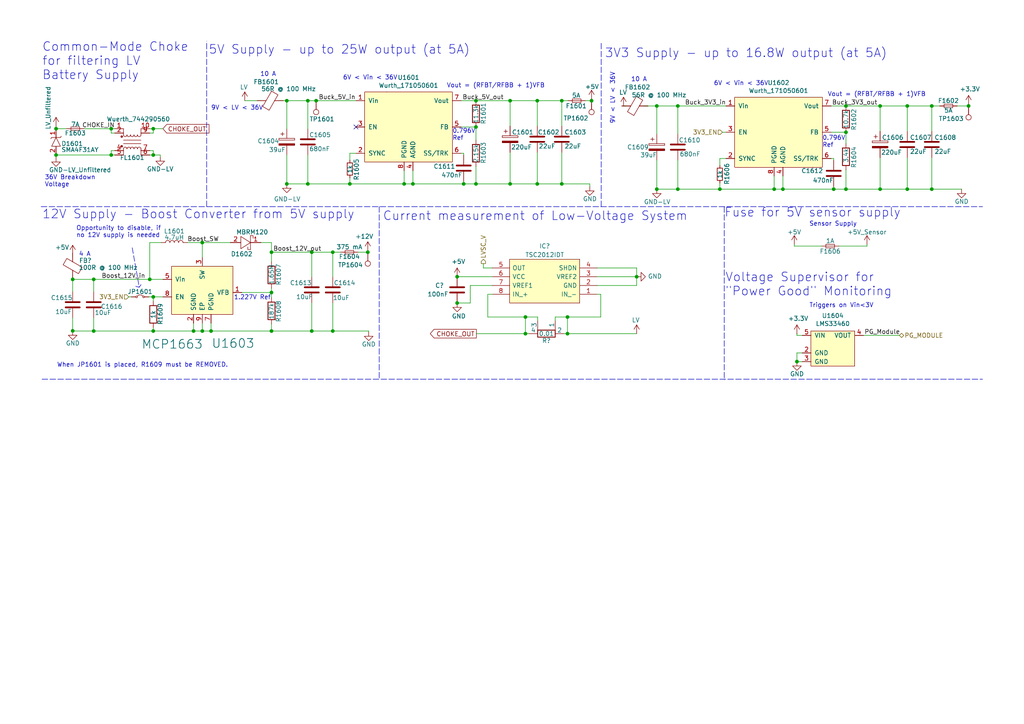
<source format=kicad_sch>
(kicad_sch (version 20231120) (generator "eeschema") (generator_version "8.0")
  (paper "A4")
  (title_block (title "Zynq-Based Master Controller") (date "2020-10-14") (rev "1.0") (company "JFH & SRM"))
  (lib_symbols
    (symbol "Connector:TestPoint" (pin_numbers hide) (pin_names (offset 0.762) hide)
      (property "Reference" "TP" (at 0 6.858 0))
      (property "Value" "TestPoint" (at 0 5.08 0))
      (symbol "TestPoint_1_1"
        (pin passive line (at 0 0 90) (length 2.54) (name "1") (number "1"))
      )
    )
    (symbol "Device:C" (pin_numbers hide) (pin_names (offset 0.254))
      (property "Reference" "C" (at 0.635 2.54 0))
      (property "Value" "C" (at 0.635 -2.54 0))
      (symbol "C_1_1"
        (pin passive line (at 0 3.81 270) (length 2.794) (name "~") (number "1"))
        (pin passive line (at 0 -3.81 90) (length 2.794) (name "~") (number "2"))
      )
    )
    (symbol "Device:C_Polarized" (pin_numbers hide) (pin_names (offset 0.254))
      (property "Reference" "C" (at 0.635 2.54 0))
      (property "Value" "C_Polarized" (at 0.635 -2.54 0))
      (symbol "C_Polarized_1_1"
        (pin passive line (at 0 3.81 270) (length 2.794) (name "~") (number "1"))
        (pin passive line (at 0 -3.81 90) (length 2.794) (name "~") (number "2"))
      )
    )
    (symbol "Device:FerriteBead" (pin_numbers hide) (pin_names (offset 0))
      (property "Reference" "FB" (at -3.81 0.635 90))
      (property "Value" "FerriteBead" (at 3.81 0 90))
      (symbol "FerriteBead_1_1"
        (pin passive line (at 0 3.81 270) (length 2.54) (name "~") (number "1"))
        (pin passive line (at 0 -3.81 90) (length 2.54) (name "~") (number "2"))
      )
    )
    (symbol "Device:Fuse_Small" (pin_numbers hide) (pin_names (offset 0.254) hide)
      (property "Reference" "F" (at 0 -1.524 0))
      (property "Value" "Fuse_Small" (at 0 1.524 0))
      (symbol "Fuse_Small_1_1"
        (pin passive line (at -2.54 0 0) (length 1.27) (name "~") (number "1"))
        (pin passive line (at 2.54 0 180) (length 1.27) (name "~") (number "2"))
      )
    )
    (symbol "Device:L" (pin_numbers hide) (pin_names (offset 1.016) hide)
      (property "Reference" "L" (at -1.27 0 90))
      (property "Value" "L" (at 1.905 0 90))
      (symbol "L_1_1"
        (pin passive line (at 0 3.81 270) (length 1.27) (name "1") (number "1"))
        (pin passive line (at 0 -3.81 90) (length 1.27) (name "2") (number "2"))
      )
    )
    (symbol "Device:R" (pin_numbers hide) (pin_names (offset 0))
      (property "Reference" "R" (at 2.032 0 90))
      (property "Value" "R" (at 0 0 90))
      (symbol "R_1_1"
        (pin passive line (at 0 3.81 270) (length 1.27) (name "~") (number "1"))
        (pin passive line (at 0 -3.81 90) (length 1.27) (name "~") (number "2"))
      )
    )
    (symbol "Device:R_Small" (pin_numbers hide) (pin_names (offset 0.254) hide)
      (property "Reference" "R" (at 0.762 0.508 0))
      (property "Value" "R_Small" (at 0.762 -1.016 0))
      (symbol "R_Small_1_1"
        (pin passive line (at 0 2.54 270) (length 0.762) (name "~") (number "1"))
        (pin passive line (at 0 -2.54 90) (length 0.762) (name "~") (number "2"))
      )
    )
    (symbol "Jumper:Jumper_2_Small_Bridged" (pin_numbers hide) (pin_names (offset 0) hide) (exclude_from_sim yes)
      (property "Reference" "JP" (at 0 2.032 0))
      (property "Value" "Jumper_2_Small_Bridged" (at 0 -2.286 0))
      (symbol "Jumper_2_Small_Bridged_1_1"
        (pin passive line (at -2.54 0 0) (length 1.27) (name "A") (number "1"))
        (pin passive line (at 2.54 0 180) (length 1.27) (name "B") (number "2"))
      )
    )
    (symbol "Vikings_actives:LMS33460" (pin_names (offset 1.016))
      (property "Reference" "U" (at -5.08 -6.35 0))
      (property "Value" "LMS33460" (at -1.27 6.35 0))
      (symbol "LMS33460_0_1"
        (pin no_connect line (at 8.89 -3.81 180) (length 2.54) hide (name "NC") (number "1"))
        (pin power_in line (at -8.89 -1.27 0) (length 2.54) (name "GND") (number "2"))
        (pin power_in line (at -8.89 -3.81 0) (length 2.54) (name "GND") (number "3"))
        (pin open_collector line (at 8.89 3.81 180) (length 2.54) (name "VOUT") (number "4"))
        (pin power_in line (at -8.89 3.81 0) (length 2.54) (name "VIN") (number "5"))
      )
    )
    (symbol "Vikings_actives:MCP1663" (pin_names (offset 1.016))
      (property "Reference" "U" (at -10.16 19.05 0))
      (property "Value" "MCP1663" (at 1.27 19.05 0))
      (symbol "MCP1663_1_1"
        (pin input line (at 20.32 -7.62 180) (length 2.54) (name "VFB") (number "1"))
        (pin power_in line (at 6.35 -16.51 90) (length 2.54) (name "SGND") (number "2"))
        (pin input line (at 8.89 2.54 270) (length 2.54) (name "SW") (number "3"))
        (pin no_connect line (at 2.54 -16.51 90) (length 2.54) hide (name "NC") (number "4"))
        (pin input line (at -2.54 -3.81 0) (length 2.54) (name "Vin") (number "5"))
        (pin no_connect line (at 15.24 -16.51 90) (length 2.54) hide (name "NC") (number "6"))
        (pin power_in line (at 11.43 -16.51 90) (length 2.54) (name "PGND") (number "7"))
        (pin input line (at -2.54 -8.89 0) (length 2.54) (name "EN") (number "8"))
        (pin power_in line (at 8.89 -16.51 90) (length 2.54) (name "EP") (number "9"))
      )
    )
    (symbol "Vikings_actives:TSC2012IDT" (pin_names (offset 0.762))
      (property "Reference" "IC" (at 26.67 7.62 0))
      (property "Value" "TSC2012IDT" (at 26.67 5.08 0))
      (symbol "TSC2012IDT_0_0"
        (pin passive line (at 0 0 0) (length 5.08) (name "IN_-") (number "1"))
        (pin passive line (at 0 -2.54 0) (length 5.08) (name "GND") (number "2"))
        (pin passive line (at 0 -5.08 0) (length 5.08) (name "VREF2") (number "3"))
        (pin passive line (at 0 -7.62 0) (length 5.08) (name "SHDN") (number "4"))
        (pin passive line (at 30.48 -7.62 180) (length 5.08) (name "OUT") (number "5"))
        (pin passive line (at 30.48 -5.08 180) (length 5.08) (name "VCC") (number "6"))
        (pin passive line (at 30.48 -2.54 180) (length 5.08) (name "VREF1") (number "7"))
        (pin passive line (at 30.48 0 180) (length 5.08) (name "IN_+") (number "8"))
      )
    )
    (symbol "Vikings_actives:Wurth_171050601" (pin_names (offset 1.016))
      (property "Reference" "U" (at 0 13.97 0))
      (property "Value" "Wurth_171050601" (at 0 11.43 0))
      (symbol "Wurth_171050601_1_1"
        (pin power_in line (at -15.24 7.62 0) (length 2.54) (name "Vin") (number "1"))
        (pin input line (at -15.24 -7.62 0) (length 2.54) (name "SYNC") (number "2"))
        (pin input line (at -15.24 0 0) (length 2.54) (name "EN") (number "3"))
        (pin power_in line (at 1.27 -12.7 90) (length 2.54) (name "AGND") (number "4"))
        (pin input line (at 15.24 0 180) (length 2.54) (name "FB") (number "5"))
        (pin input line (at 15.24 -7.62 180) (length 2.54) (name "SS/TRK") (number "6"))
        (pin power_out line (at 15.24 7.62 180) (length 2.54) (name "Vout") (number "7"))
        (pin power_out line (at -1.27 -12.7 90) (length 2.54) (name "PGND") (number "8"))
      )
    )
    (symbol "Vikings_misc:+5V_Sensor" (power) (pin_names (offset 0))
      (property "Value" "+5V_Sensor" (at 0 3.556 0))
      (symbol "+5V_Sensor_1_1"
        (pin power_in line (at 0 0 90) (length 0) hide (name "+5V_Sensor") (number "1"))
      )
    )
    (symbol "Vikings_misc:GND-LV" (power) (pin_names (offset 0))
      (property "Value" "GND-LV" (at 0 -3.81 0))
      (symbol "GND-LV_1_1"
        (pin power_in line (at 0 0 270) (length 0) hide (name "GND-LV") (number "1"))
      )
    )
    (symbol "Vikings_misc:GND-LV_Unfiltered" (power) (pin_names (offset 0))
      (property "Value" "GND-LV_Unfiltered" (at 0 -3.81 0))
      (symbol "GND-LV_Unfiltered_1_1"
        (pin power_in line (at 0 0 270) (length 0) hide (name "GND-LV_Unfiltered") (number "1"))
      )
    )
    (symbol "Vikings_misc:LV" (power) (pin_names (offset 0))
      (property "Value" "LV" (at 0 3.556 0))
      (symbol "LV_1_1"
        (pin power_in line (at 0 0 90) (length 0) hide (name "LV") (number "1"))
      )
    )
    (symbol "Vikings_misc:LV_Unfiltered" (power) (pin_names (offset 0))
      (property "Value" "LV_Unfiltered" (at 0 5.08 0))
      (symbol "LV_Unfiltered_1_1"
        (pin power_in line (at 0 0 90) (length 0) hide (name "LV_Unfiltered") (number "1"))
      )
    )
    (symbol "Vikings_passives:MBRM120" (pin_names (offset 1.016) hide)
      (property "Reference" "D" (at 0 -3.302 0))
      (property "Value" "MBRM120" (at 0.508 3.048 0))
      (symbol "MBRM120_1_1"
        (pin passive line (at -2.54 0 0) (length 3.048) (name "C") (number "1"))
        (pin passive line (at 6.35 0 180) (length 3.048) (name "A") (number "2"))
      )
    )
    (symbol "Vikings_passives:R_Shunt" (pin_numbers hide) (pin_names (offset 0))
      (property "Reference" "R" (at -4.445 0 90))
      (property "Value" "R_Shunt" (at -2.54 1.27 90))
      (symbol "R_Shunt_1_1"
        (pin passive line (at 3.81 3.81 180) (length 2.54) (name "1") (number "1"))
        (pin passive line (at 0 6.35 270) (length 2.54) (name "2") (number "2"))
        (pin passive line (at 3.81 -1.27 180) (length 2.54) (name "3") (number "3"))
        (pin passive line (at 0 -3.81 90) (length 2.54) (name "4") (number "4"))
      )
    )
    (symbol "Vikings_passives:SMA4F31AY" (pin_names (offset 0))
      (property "Reference" "D" (at 1.27 3.81 0))
      (property "Value" "SMA4F31AY" (at -5.08 3.81 0))
      (symbol "SMA4F31AY_1_1"
        (pin passive line (at 2.54 0 180) (length 2.54) (name "~") (number "1"))
        (pin passive line (at -5.08 0 0) (length 2.54) (name "~") (number "2"))
      )
    )
    (symbol "Vikings_passives:Wuerth_744290560" (pin_names hide)
      (property "Reference" "FL" (at 0 4.445 0))
      (property "Value" "Wuerth_744290560" (at 0 -5.08 0))
      (symbol "Wuerth_744290560_1_1"
        (pin passive line (at -5.08 3.81 0) (length 2.54) (name "1") (number "1"))
        (pin passive line (at 5.08 3.81 180) (length 2.54) (name "10") (number "10"))
        (pin passive line (at -5.08 2.54 0) (length 2.54) (name "2") (number "2"))
        (pin passive line (at -5.08 -2.54 0) (length 2.54) (name "4") (number "4"))
        (pin passive line (at -5.08 -3.81 0) (length 2.54) (name "5") (number "5"))
        (pin passive line (at 5.08 -3.81 180) (length 2.54) (name "6") (number "6"))
        (pin passive line (at 5.08 -2.54 180) (length 2.54) (name "7") (number "7"))
        (pin passive line (at 5.08 2.54 180) (length 2.54) (name "9") (number "9"))
      )
    )
    (symbol "power:+12V" (power) (pin_numbers hide) (pin_names (offset 0) hide)
      (property "Value" "+12V" (at 0 3.556 0))
      (symbol "+12V_1_1"
        (pin power_in line (at 0 0 90) (length 0) (name "~") (number "1"))
      )
    )
    (symbol "power:+3.3V" (power) (pin_numbers hide) (pin_names (offset 0) hide)
      (property "Value" "+3.3V" (at 0 3.556 0))
      (symbol "+3.3V_1_1"
        (pin power_in line (at 0 0 90) (length 0) (name "~") (number "1"))
      )
    )
    (symbol "power:+5V" (power) (pin_numbers hide) (pin_names (offset 0) hide)
      (property "Value" "+5V" (at 0 3.556 0))
      (symbol "+5V_1_1"
        (pin power_in line (at 0 0 90) (length 0) (name "~") (number "1"))
      )
    )
    (symbol "power:GND" (power) (pin_numbers hide) (pin_names (offset 0) hide)
      (property "Value" "GND" (at 0 -3.81 0))
      (symbol "GND_1_1"
        (pin power_in line (at 0 0 270) (length 0) (name "~") (number "1"))
      )
    )
  )
  (junction (at 83.185 53.34))
  (junction (at 32.258 37.338))
  (junction (at 138.049 53.34))
  (junction (at 245.364 38.354))
  (junction (at 263.144 54.864))
  (junction (at 119.761 53.34))
  (junction (at 263.144 30.734))
  (junction (at 32.258 44.958))
  (junction (at 44.45 37.338))
  (junction (at 155.829 29.21))
  (junction (at 61.214 96.012))
  (junction (at 43.434 81.026))
  (junction (at 280.924 30.734))
  (junction (at 190.5 30.734))
  (junction (at 89.281 53.34))
  (junction (at 27.178 96.012))
  (junction (at 208.788 54.864))
  (junction (at 162.941 29.21))
  (junction (at 132.588 80.264))
  (junction (at 147.955 53.34))
  (junction (at 78.74 84.836))
  (junction (at 245.364 54.864))
  (junction (at 190.5 54.864))
  (junction (at 90.424 73.152))
  (junction (at 227.076 54.864))
  (junction (at 16.256 37.338))
  (junction (at 164.592 91.948))
  (junction (at 91.694 29.21))
  (junction (at 58.674 96.012))
  (junction (at 138.049 29.21))
  (junction (at 134.493 53.34))
  (junction (at 255.27 54.864))
  (junction (at 138.049 36.83))
  (junction (at 78.74 96.012))
  (junction (at 90.424 96.012))
  (junction (at 164.592 96.774))
  (junction (at 270.256 30.734))
  (junction (at 96.52 73.152))
  (junction (at 83.185 29.21))
  (junction (at 152.4 91.948))
  (junction (at 89.281 29.21))
  (junction (at 162.941 53.34))
  (junction (at 96.52 96.012))
  (junction (at 44.45 86.106))
  (junction (at 21.082 95.9612))
  (junction (at 152.4 96.774))
  (junction (at 132.588 87.884))
  (junction (at 117.221 53.34))
  (junction (at 155.829 53.34))
  (junction (at 56.134 96.012))
  (junction (at 58.674 70.358))
  (junction (at 245.364 30.734))
  (junction (at 171.577 29.21))
  (junction (at 270.256 54.864))
  (junction (at 196.596 54.864))
  (junction (at 184.658 80.264))
  (junction (at 231.14 104.8766))
  (junction (at 224.536 54.864))
  (junction (at 27.178 81.026))
  (junction (at 21.082 81.026))
  (junction (at 16.256 44.958))
  (junction (at 147.955 29.21))
  (junction (at 196.596 30.734))
  (junction (at 44.45 44.958))
  (junction (at 44.45 96.012))
  (junction (at 241.808 54.864))
  (junction (at 106.68 73.152))
  (junction (at 78.74 73.152))
  (junction (at 255.27 30.734))
  (junction (at 101.473 53.34))
  (no_connect (at 103.251 36.83))
  (wire (pts (xy 184.658 82.804) (xy 173.228 82.804)))
  (wire (pts (xy 152.4 96.774) (xy 153.416 96.774)))
  (wire (pts (xy 27.178 81.026) (xy 43.434 81.026)))
  (wire (pts (xy 134.493 52.578) (xy 134.493 53.34)))
  (wire (pts (xy 147.955 36.576) (xy 147.955 29.21)))
  (wire (pts (xy 241.808 54.102) (xy 241.808 54.864)))
  (wire (pts (xy 106.68 73.152) (xy 106.68 72.644)))
  (wire (pts (xy 208.788 54.864) (xy 224.536 54.864)))
  (wire (pts (xy 164.719 29.21) (xy 162.941 29.21)))
  (wire (pts (xy 161.036 92.964) (xy 161.036 91.948)))
  (wire (pts (xy 138.176 96.774) (xy 152.4 96.774)))
  (wire (pts (xy 174.244 85.344) (xy 173.228 85.344)))
  (wire (pts (xy 90.424 73.152) (xy 78.74 73.152)))
  (wire (pts (xy 56.134 96.012) (xy 58.674 96.012)))
  (wire (pts (xy 255.27 38.1) (xy 255.27 30.734)))
  (wire (pts (xy 44.45 86.106) (xy 47.244 86.106)))
  (wire (pts (xy 47.244 81.026) (xy 43.434 81.026)))
  (polyline (pts (xy 59.944 59.944) (xy 59.944 11.938)) (stroke (width 0) (type dash)))
  (wire (pts (xy 196.596 54.864) (xy 208.788 54.864)))
  (wire (pts (xy 90.424 73.152) (xy 96.52 73.152)))
  (wire (pts (xy 196.596 38.862) (xy 196.596 30.734)))
  (wire (pts (xy 96.52 87.884) (xy 96.52 96.012)))
  (wire (pts (xy 70.993 29.21) (xy 75.819 29.21)))
  (wire (pts (xy 186.69 30.734) (xy 190.5 30.734)))
  (wire (pts (xy 169.799 29.21) (xy 171.577 29.21)))
  (wire (pts (xy 44.45 87.376) (xy 44.45 86.106)))
  (wire (pts (xy 32.258 44.958) (xy 33.274 44.958)))
  (wire (pts (xy 44.45 44.958) (xy 46.482 44.958)))
  (wire (pts (xy 147.955 29.21) (xy 155.829 29.21)))
  (wire (pts (xy 245.364 49.276) (xy 245.364 54.864)))
  (wire (pts (xy 142.748 80.264) (xy 132.588 80.264)))
  (wire (pts (xy 44.45 37.338) (xy 44.45 38.608)))
  (wire (pts (xy 243.332 71.374) (xy 251.46 71.374)))
  (wire (pts (xy 224.536 51.054) (xy 224.536 54.864)))
  (wire (pts (xy 270.256 38.1) (xy 270.256 30.734)))
  (wire (pts (xy 78.74 73.152) (xy 78.74 75.946)))
  (wire (pts (xy 230.378 71.374) (xy 238.252 71.374)))
  (wire (pts (xy 231.14 104.902) (xy 232.664 104.902)))
  (wire (pts (xy 245.364 38.354) (xy 245.364 41.656)))
  (wire (pts (xy 136.398 82.804) (xy 136.398 87.884)))
  (wire (pts (xy 141.478 91.948) (xy 141.478 85.344)))
  (wire (pts (xy 155.829 36.576) (xy 155.829 29.21)))
  (wire (pts (xy 21.082 95.9612) (xy 21.082 96.012)))
  (wire (pts (xy 101.473 44.45) (xy 101.473 46.482)))
  (wire (pts (xy 142.748 77.724) (xy 140.208 77.724)))
  (wire (pts (xy 43.434 43.688) (xy 44.45 43.688)))
  (wire (pts (xy 161.036 91.948) (xy 164.592 91.948)))
  (wire (pts (xy 16.256 44.958) (xy 32.258 44.958)))
  (wire (pts (xy 190.5 54.864) (xy 196.596 54.864)))
  (wire (pts (xy 103.886 73.152) (xy 106.68 73.152)))
  (wire (pts (xy 138.049 36.83) (xy 138.049 40.64)))
  (wire (pts (xy 58.674 96.012) (xy 58.674 93.726)))
  (wire (pts (xy 117.221 53.34) (xy 119.761 53.34)))
  (wire (pts (xy 277.622 30.734) (xy 280.924 30.734)))
  (wire (pts (xy 78.74 93.98) (xy 78.74 96.012)))
  (wire (pts (xy 231.14 97.282) (xy 231.14 96.774)))
  (wire (pts (xy 80.899 29.21) (xy 83.185 29.21)))
  (wire (pts (xy 44.45 43.688) (xy 44.45 44.958)))
  (wire (pts (xy 190.5 46.482) (xy 190.5 54.864)))
  (wire (pts (xy 152.4 91.948) (xy 141.478 91.948)))
  (wire (pts (xy 16.256 44.958) (xy 16.256 45.72)))
  (wire (pts (xy 196.596 30.734) (xy 210.566 30.734)))
  (wire (pts (xy 27.178 96.012) (xy 44.45 96.012)))
  (wire (pts (xy 33.274 43.688) (xy 32.258 43.688)))
  (wire (pts (xy 27.178 84.582) (xy 27.178 81.026)))
  (wire (pts (xy 190.5 30.734) (xy 196.596 30.734)))
  (wire (pts (xy 32.258 43.688) (xy 32.258 44.958)))
  (wire (pts (xy 58.674 96.012) (xy 61.214 96.012)))
  (wire (pts (xy 78.74 96.012) (xy 90.424 96.012)))
  (wire (pts (xy 147.955 44.196) (xy 147.955 53.34)))
  (wire (pts (xy 134.493 53.34) (xy 138.049 53.34)))
  (wire (pts (xy 255.27 30.734) (xy 263.144 30.734)))
  (polyline (pts (xy 40.386 83.312) (xy 40.894 82.55)) (stroke (width 0) (type dash)))
  (wire (pts (xy 136.398 87.884) (xy 132.588 87.884)))
  (wire (pts (xy 83.185 53.34) (xy 89.281 53.34)))
  (wire (pts (xy 190.5 38.862) (xy 190.5 30.734)))
  (wire (pts (xy 245.364 30.734) (xy 255.27 30.734)))
  (wire (pts (xy 90.424 87.884) (xy 90.424 96.012)))
  (wire (pts (xy 180.848 30.734) (xy 181.61 30.734)))
  (wire (pts (xy 21.082 74.676) (xy 21.082 73.66)))
  (wire (pts (xy 184.658 77.724) (xy 184.658 80.264)))
  (wire (pts (xy 270.256 45.72) (xy 270.256 54.864)))
  (wire (pts (xy 280.924 30.734) (xy 280.924 30.226)))
  (wire (pts (xy 75.692 70.358) (xy 78.74 70.358)))
  (wire (pts (xy 133.731 29.21) (xy 138.049 29.21)))
  (wire (pts (xy 231.14 102.362) (xy 231.14 104.8766)))
  (wire (pts (xy 21.082 84.582) (xy 21.082 81.026)))
  (wire (pts (xy 140.208 77.724) (xy 140.208 76.454)))
  (wire (pts (xy 21.082 79.756) (xy 21.082 81.026)))
  (wire (pts (xy 27.178 92.202) (xy 27.178 96.012)))
  (wire (pts (xy 44.45 96.012) (xy 56.134 96.012)))
  (wire (pts (xy 155.829 53.34) (xy 147.955 53.34)))
  (wire (pts (xy 241.808 54.864) (xy 245.364 54.864)))
  (wire (pts (xy 78.74 70.358) (xy 78.74 73.152)))
  (wire (pts (xy 90.424 80.264) (xy 90.424 73.152)))
  (wire (pts (xy 208.788 45.974) (xy 210.566 45.974)))
  (wire (pts (xy 83.185 29.21) (xy 89.281 29.21)))
  (wire (pts (xy 16.256 36.576) (xy 16.256 37.338)))
  (wire (pts (xy 32.258 37.338) (xy 32.258 38.608)))
  (wire (pts (xy 44.45 44.958) (xy 43.434 44.958)))
  (wire (pts (xy 230.378 71.374) (xy 230.378 70.866)))
  (wire (pts (xy 232.664 97.282) (xy 231.14 97.282)))
  (wire (pts (xy 58.674 74.676) (xy 58.674 70.358)))
  (wire (pts (xy 89.281 29.21) (xy 91.694 29.21)))
  (wire (pts (xy 27.178 81.026) (xy 21.082 81.026)))
  (wire (pts (xy 164.592 91.948) (xy 174.244 91.948)))
  (wire (pts (xy 96.52 96.012) (xy 106.934 96.012)))
  (wire (pts (xy 21.082 92.202) (xy 21.082 95.9612)))
  (wire (pts (xy 245.364 54.864) (xy 255.27 54.864)))
  (polyline (pts (xy 210.058 59.944) (xy 210.058 110.236)) (stroke (width 0) (type dash)))
  (wire (pts (xy 38.1 86.106) (xy 37.338 86.106)))
  (wire (pts (xy 138.049 48.26) (xy 138.049 53.34)))
  (wire (pts (xy 119.761 53.34) (xy 134.493 53.34)))
  (wire (pts (xy 96.52 73.152) (xy 96.52 80.264)))
  (wire (pts (xy 208.788 45.974) (xy 208.788 48.006)))
  (wire (pts (xy 134.493 44.45) (xy 134.493 44.958)))
  (wire (pts (xy 162.941 44.196) (xy 162.941 53.34)))
  (wire (pts (xy 138.049 29.21) (xy 147.955 29.21)))
  (wire (pts (xy 43.434 70.358) (xy 43.434 81.026)))
  (polyline (pts (xy 11.938 59.944) (xy 284.988 59.944)) (stroke (width 0) (type dash)))
  (wire (pts (xy 117.221 49.53) (xy 117.221 53.34)))
  (wire (pts (xy 33.274 37.338) (xy 32.258 37.338)))
  (wire (pts (xy 171.069 53.34) (xy 162.941 53.34)))
  (wire (pts (xy 232.664 102.362) (xy 231.14 102.362)))
  (wire (pts (xy 171.577 29.21) (xy 171.577 28.702)))
  (wire (pts (xy 83.185 44.958) (xy 83.185 53.34)))
  (wire (pts (xy 106.934 96.012) (xy 106.934 96.266)))
  (wire (pts (xy 210.566 38.354) (xy 209.55 38.354)))
  (wire (pts (xy 43.18 86.106) (xy 44.45 86.106)))
  (wire (pts (xy 46.736 70.358) (xy 43.434 70.358)))
  (wire (pts (xy 155.829 29.21) (xy 162.941 29.21)))
  (wire (pts (xy 90.424 96.012) (xy 96.52 96.012)))
  (wire (pts (xy 32.258 38.608) (xy 33.274 38.608)))
  (wire (pts (xy 66.802 70.358) (xy 58.674 70.358)))
  (wire (pts (xy 44.45 94.996) (xy 44.45 96.012)))
  (wire (pts (xy 278.892 54.864) (xy 270.256 54.864)))
  (wire (pts (xy 184.658 80.264) (xy 184.658 82.804)))
  (wire (pts (xy 44.45 37.338) (xy 47.244 37.338)))
  (wire (pts (xy 70.104 84.836) (xy 78.74 84.836)))
  (wire (pts (xy 196.596 46.482) (xy 196.596 54.864)))
  (wire (pts (xy 263.144 38.1) (xy 263.144 30.734)))
  (wire (pts (xy 255.27 45.72) (xy 255.27 54.864)))
  (wire (pts (xy 101.473 53.34) (xy 117.221 53.34)))
  (wire (pts (xy 141.478 85.344) (xy 142.748 85.344)))
  (wire (pts (xy 78.74 84.836) (xy 78.74 83.566)))
  (wire (pts (xy 162.941 53.34) (xy 155.829 53.34)))
  (wire (pts (xy 101.473 44.45) (xy 103.251 44.45)))
  (wire (pts (xy 162.941 36.576) (xy 162.941 29.21)))
  (wire (pts (xy 171.069 54.102) (xy 171.069 53.34)))
  (wire (pts (xy 241.808 45.974) (xy 241.046 45.974)))
  (wire (pts (xy 133.731 36.83) (xy 138.049 36.83)))
  (wire (pts (xy 136.398 82.804) (xy 142.748 82.804)))
  (wire (pts (xy 164.592 96.774) (xy 184.658 96.774)))
  (wire (pts (xy 231.14 104.8766) (xy 231.14 104.902)))
  (wire (pts (xy 98.806 73.152) (xy 96.52 73.152)))
  (wire (pts (xy 21.082 96.012) (xy 27.178 96.012)))
  (wire (pts (xy 24.384 37.338) (xy 32.258 37.338)))
  (wire (pts (xy 56.134 96.012) (xy 56.134 93.726)))
  (wire (pts (xy 61.214 96.012) (xy 61.214 93.726)))
  (wire (pts (xy 155.956 92.964) (xy 155.956 91.948)))
  (wire (pts (xy 173.228 77.724) (xy 184.658 77.724)))
  (wire (pts (xy 270.256 54.864) (xy 263.144 54.864)))
  (wire (pts (xy 263.144 30.734) (xy 270.256 30.734)))
  (polyline (pts (xy 38.354 71.882) (xy 40.386 83.312)) (stroke (width 0) (type dash)))
  (wire (pts (xy 61.214 96.012) (xy 78.74 96.012)))
  (wire (pts (xy 138.049 53.34) (xy 147.955 53.34)))
  (wire (pts (xy 241.046 30.734) (xy 245.364 30.734)))
  (wire (pts (xy 78.74 86.36) (xy 78.74 84.836)))
  (wire (pts (xy 58.674 70.358) (xy 54.356 70.358)))
  (wire (pts (xy 119.761 49.53) (xy 119.761 53.34)))
  (wire (pts (xy 241.808 45.974) (xy 241.808 46.482)))
  (wire (pts (xy 164.592 96.774) (xy 164.592 91.948)))
  (wire (pts (xy 16.256 37.338) (xy 19.304 37.338)))
  (wire (pts (xy 272.542 30.734) (xy 270.256 30.734)))
  (wire (pts (xy 224.536 54.864) (xy 227.076 54.864)))
  (wire (pts (xy 208.788 53.086) (xy 208.788 54.864)))
  (wire (pts (xy 155.829 44.196) (xy 155.829 53.34)))
  (wire (pts (xy 134.493 44.45) (xy 133.731 44.45)))
  (wire (pts (xy 89.281 44.958) (xy 89.281 53.34)))
  (wire (pts (xy 101.473 51.562) (xy 101.473 53.34)))
  (wire (pts (xy 250.444 97.282) (xy 260.858 97.282)))
  (wire (pts (xy 44.45 38.608) (xy 43.434 38.608)))
  (wire (pts (xy 89.281 37.338) (xy 89.281 29.21)))
  (polyline (pts (xy 12.192 109.982) (xy 284.988 109.982)) (stroke (width 0) (type dash)))
  (wire (pts (xy 83.185 37.338) (xy 83.185 29.21)))
  (polyline (pts (xy 40.386 83.312) (xy 39.37 83.058)) (stroke (width 0) (type dash)))
  (wire (pts (xy 251.46 71.374) (xy 251.46 70.866)))
  (wire (pts (xy 89.281 53.34) (xy 101.473 53.34)))
  (wire (pts (xy 174.244 91.948) (xy 174.244 85.344)))
  (wire (pts (xy 155.956 91.948) (xy 152.4 91.948)))
  (wire (pts (xy 184.658 80.264) (xy 173.228 80.264)))
  (polyline (pts (xy 109.982 59.944) (xy 109.982 109.982)) (stroke (width 0) (type dash)))
  (wire (pts (xy 227.076 51.054) (xy 227.076 54.864)))
  (wire (pts (xy 163.576 96.774) (xy 164.592 96.774)))
  (wire (pts (xy 227.076 54.864) (xy 241.808 54.864)))
  (wire (pts (xy 43.434 37.338) (xy 44.45 37.338)))
  (polyline (pts (xy 174.371 59.944) (xy 174.371 12.065)) (stroke (width 0) (type dash)))
  (wire (pts (xy 241.046 38.354) (xy 245.364 38.354)))
  (wire (pts (xy 152.4 96.774) (xy 152.4 91.948)))
  (wire (pts (xy 263.144 45.72) (xy 263.144 54.864)))
  (wire (pts (xy 263.144 54.864) (xy 255.27 54.864)))
  (wire (pts (xy 46.482 44.958) (xy 46.482 45.466)))
  (wire (pts (xy 91.694 29.21) (xy 103.251 29.21)))
  (text "10 A" (at 75.438 22.352 0) (effects (font (size 1.27 1.27)) (justify left bottom)))
  (text "6V < Vin < 36V" (at 207.01 25.019 0) (effects (font (size 1.27 1.27)) (justify left bottom)))
  (text "12V Supply - Boost Converter from 5V supply" (at 12.192 63.754 0) (effects (font (size 2.54 2.54)) (justify left bottom)))
  (text "Voltage Supervisor for \n\"Power Good\" Monitoring" (at 210.312 86.106 0) (effects (font (size 2.54 2.54)) (justify left bottom)))
  (text "Common-Mode Choke \nfor filtering LV \nBattery Supply" (at 12.192 23.368 0) (effects (font (size 2.54 2.54)) (justify left bottom)))
  (text "3V3 Supply - up to 16.8W output (at 5A)" (at 175.387 17.018 0) (effects (font (size 2.54 2.54)) (justify left bottom)))
  (text "4 A" (at 22.86 74.549 0) (effects (font (size 1.27 1.27)) (justify left bottom)))
  (text "Vout = (RFBT/RFBB + 1)VFB" (at 240.03 28.194 0) (effects (font (size 1.27 1.27)) (justify left bottom)))
  (text "Opportunity to disable, if\nno 12V supply is needed" (at 22.098 69.088 0) (effects (font (size 1.27 1.27)) (justify left bottom)))
  (text "10 A" (at 183.007 23.876 0) (effects (font (size 1.27 1.27)) (justify left bottom)))
  (text "5V Supply - up to 25W output (at 5A)" (at 60.452 16.002 0) (effects (font (size 2.54 2.54)) (justify left bottom)))
  (text "9V < LV < 36V" (at 76.327 32.131 0) (effects (font (size 1.27 1.27)) (justify right bottom)))
  (text "9V < LV < 36V" (at 178.435 36.068 90) (effects (font (size 1.27 1.27)) (justify left bottom)))
  (text "Current measurement of Low-Voltage System" (at 110.998 64.262 0) (effects (font (size 2.54 2.54)) (justify left bottom)))
  (text "0.796V \nRef" (at 238.506 42.926 0) (effects (font (size 1.27 1.27)) (justify left bottom)))
  (text "36V Breakdown\nVoltage" (at 12.954 54.356 0) (effects (font (size 1.27 1.27)) (justify left bottom)))
  (text "Triggers on Vin<3V" (at 234.696 89.408 0) (effects (font (size 1.27 1.27)) (justify left bottom)))
  (text "When JP1601 is placed, R1609 must be REMOVED." (at 16.51 106.68 0) (effects (font (size 1.27 1.27)) (justify left bottom)))
  (text "6V < Vin < 36V" (at 99.441 23.368 0) (effects (font (size 1.27 1.27)) (justify left bottom)))
  (text "1.227V Ref" (at 67.818 87.122 0) (effects (font (size 1.27 1.27)) (justify left bottom)))
  (text "0.796V \nRef" (at 131.191 40.894 0) (effects (font (size 1.27 1.27)) (justify left bottom)))
  (text "Sensor Supply" (at 234.696 65.786 0) (effects (font (size 1.27 1.27)) (justify left bottom)))
  (text "Vout = (RFBT/RFBB + 1)VFB" (at 129.54 25.654 0) (effects (font (size 1.27 1.27)) (justify left bottom)))
  (text "Fuse for 5V sensor supply" (at 210.058 63.246 0) (effects (font (size 2.54 2.54)) (justify left bottom)))
  (label "Buck_3V3_out" (at 241.3 30.734 0))
  (label "PG_Module" (at 250.698 97.282 0))
  (label "Boost_SW" (at 63.5 70.358 180))
  (label "Boost_12V_out" (at 93.218 73.152 180))
  (label "Buck_5V_out" (at 134.112 29.21 0))
  (label "CHOKE_IN" (at 33.274 37.338 180))
  (label "Buck_5V_in" (at 103.124 29.21 180))
  (label "Buck_3V3_in" (at 210.566 30.734 180))
  (label "Boost_12V_in" (at 42.164 81.026 180))
  (global_label "CHOKE_OUT" (shape input) (at 47.244 37.338 0) (property "Intersheetrefs" "${INTERSHEET_REFS}" (effects (hide yes))))
  (global_label "CHOKE_OUT" (shape output) (at 138.176 96.774 180) (property "Intersheetrefs" "${INTERSHEET_REFS}" (effects (hide yes))))
  (hierarchical_label "PG_MODULE" (shape bidirectional) (at 260.858 97.282 0))
  (hierarchical_label "3V3_EN" (shape input) (at 37.338 86.106 180))
  (hierarchical_label "3V3_EN" (shape input) (at 209.55 38.354 180))
  (hierarchical_label "LVSC_V" (shape output) (at 140.208 76.454 90))
  (symbol (lib_id "Vikings_passives:Wuerth_744290560") (at 38.354 41.148 0) (unit 1)
    (property "Reference" "FL1601" (at 38.354 45.72 0))
    (property "Value" "Wuerth_744290560" (at 40.132 34.544 0))
    (property "Footprint" "Vikings_devices:WE-UCF_1712_16.6x12.5mm" (effects (hide yes)))
    (property "Datasheet" "https://www.we-online.com/katalog/en/datasheet/744290560.pdf" (effects (hide yes)))
    (property "Description" "Common Mode Choke, 80V, 7A, 56uH, 4.7mOhm DC Resistance" (effects (hide yes)))
    (property "Manufacturer" "Würth Elektronik" (effects (hide yes)))
    (property "Man. Part No." "744290560" (effects (hide yes)))
  )
  (symbol (lib_id "Vikings_misc:GND-LV_Unfiltered") (at 16.256 45.72 0) (unit 1)
    (property "Reference" "#PWR0443" (effects (hide yes)))
    (property "Value" "GND-LV_Unfiltered" (at 32.258 49.276 0) (effects (justify right)))
  )
  (symbol (lib_id "Vikings_misc:LV_Unfiltered") (at 16.256 36.576 0) (unit 1)
    (property "Reference" "#PWR0444" (effects (hide yes)))
    (property "Value" "LV_Unfiltered" (at 13.97 37.592 90) (effects (justify left)))
  )
  (symbol (lib_id "Vikings_misc:LV") (at 70.993 29.21 0) (unit 1)
    (property "Reference" "#PWR0445" (effects (hide yes)))
    (property "Value" "LV" (at 70.739 25.273 0))
  )
  (symbol (lib_id "Vikings_actives:Wurth_171050601") (at 118.491 36.83 0) (unit 1)
    (property "Reference" "U1601" (at 118.491 22.479 0))
    (property "Value" "Wurth_171050601" (at 118.491 24.7904 0))
    (property "Footprint" "Package_TO_SOT_SMD:TO-263-7_TabPin8" (effects (hide yes)))
    (property "Datasheet" "http://katalog.we-online.com/pbs/datasheet/171050601.pdf" (effects (hide yes)))
    (property "Description" "30W Buck DC/DC Converter, 6-36V in, 0.8-6V out, max 5A out" (effects (hide yes)))
    (property "Manufacturer" "Würth Elektronik" (effects (hide yes)))
    (property "Man. Part No." "171050601" (effects (hide yes)))
  )
  (symbol (lib_id "power:+5V") (at 171.577 28.702 0) (unit 1)
    (property "Reference" "#PWR0446" (effects (hide yes)))
    (property "Value" "+5V" (at 171.704 25.146 0))
  )
  (symbol (lib_id "Device:C_Polarized") (at 83.185 41.148 0) (unit 1)
    (property "Reference" "C1604" (at 74.676 40.894 0) (effects (justify left)))
    (property "Value" "39uF" (at 77.978 43.434 0) (effects (justify left)))
    (property "Footprint" "Capacitor_SMD:CP_Elec_8x11.9" (effects (hide yes)))
    (property "Description" "Polarized capacitor" (effects (hide yes)))
    (property "Manufacturer" "Würth" (effects (hide yes)))
    (property "Man. Part no." "875075855005" (effects (hide yes)))
  )
  (symbol (lib_id "Device:C") (at 89.281 41.148 0) (unit 1)
    (property "Reference" "C1605" (at 89.662 39.116 0) (effects (justify left)))
    (property "Value" "680nF" (at 89.662 43.18 0) (effects (justify left)))
    (property "Footprint" "Capacitor_SMD:C_1210_3225Metric" (effects (hide yes)))
    (property "Datasheet" "https://www.we-online.com/katalog/en/datasheet/885012209046.pdf" (effects (hide yes)))
    (property "Description" "50V, 10%, MLCC, X7R, Class 2" (effects (hide yes)))
    (property "Manufacturer" "Würth" (effects (hide yes)))
    (property "Man. Part. No" "885012209046" (effects (hide yes)))
  )
  (symbol (lib_id "Device:C_Polarized") (at 147.955 40.386 0) (unit 1)
    (property "Reference" "C1601" (at 148.463 38.354 0) (effects (justify left)))
    (property "Value" "220uF" (at 148.209 42.672 0) (effects (justify left)))
    (property "Footprint" "Capacitor_SMD:CP_Elec_8x11.9" (effects (hide yes)))
    (property "Description" "Polarized capacitor" (effects (hide yes)))
    (property "Manufacturer" "Würth" (effects (hide yes)))
    (property "Man. Part no." "875115350002" (effects (hide yes)))
  )
  (symbol (lib_id "Device:C") (at 155.829 40.386 0) (unit 1)
    (property "Reference" "C1602" (at 155.956 38.354 0) (effects (justify left)))
    (property "Value" "22uF" (at 156.21 42.418 0) (effects (justify left)))
    (property "Footprint" "Capacitor_SMD:C_1206_3216Metric" (effects (hide yes)))
    (property "Datasheet" "https://www.we-online.com/katalog/en/datasheet/885012108018.pdf" (effects (hide yes)))
    (property "Description" "16V, 20%, MLCC, X5R, Class 2" (effects (hide yes)))
    (property "Manufacturer" "Würth" (effects (hide yes)))
    (property "Man. Part. No" "885012108018" (effects (hide yes)))
  )
  (symbol (lib_id "Device:C") (at 162.941 40.386 0) (unit 1)
    (property "Reference" "C1603" (at 163.703 38.354 0) (effects (justify left)))
    (property "Value" "22uF" (at 163.703 42.418 0) (effects (justify left)))
    (property "Footprint" "Capacitor_SMD:C_1206_3216Metric" (effects (hide yes)))
    (property "Datasheet" "https://www.we-online.com/katalog/en/datasheet/885012108018.pdf" (effects (hide yes)))
    (property "Description" "16V, 20%, MLCC, X5R, Class 2" (effects (hide yes)))
    (property "Manufacturer" "Würth" (effects (hide yes)))
    (property "Man. Part. No" "885012108018" (effects (hide yes)))
  )
  (symbol (lib_id "Device:C") (at 134.493 48.768 0) (unit 1)
    (property "Reference" "C1611" (at 125.73 48.26 0) (effects (justify left)))
    (property "Value" "470nF" (at 128.016 50.8 0) (effects (justify left)))
    (property "Footprint" "Capacitor_SMD:C_0603_1608Metric" (effects (hide yes)))
  )
  (symbol (lib_id "Device:R_Small") (at 101.473 49.022 0) (unit 1)
    (property "Reference" "R1605" (at 103.378 52.324 90) (effects (justify left)))
    (property "Value" "1k" (at 101.473 50.292 90) (effects (justify left)))
    (property "Footprint" "Resistor_SMD:R_0603_1608Metric" (effects (hide yes)))
  )
  (symbol (lib_id "Vikings_misc:LV") (at 180.848 30.734 0) (unit 1)
    (property "Reference" "#PWR0447" (effects (hide yes)))
    (property "Value" "LV" (at 180.721 26.797 0))
  )
  (symbol (lib_id "Device:C_Polarized") (at 190.5 42.672 0) (unit 1)
    (property "Reference" "C1609" (at 181.864 42.672 0) (effects (justify left)))
    (property "Value" "39uF" (at 185.674 44.958 0) (effects (justify left)))
    (property "Footprint" "Capacitor_SMD:CP_Elec_8x11.9" (effects (hide yes)))
    (property "Description" "Polarized capacitor" (effects (hide yes)))
    (property "Manufacturer" "Würth" (effects (hide yes)))
    (property "Man. Part no." "875075855005" (effects (hide yes)))
  )
  (symbol (lib_id "Device:C") (at 196.596 42.672 0) (unit 1)
    (property "Reference" "C1610" (at 196.85 40.64 0) (effects (justify left)))
    (property "Value" "680nF" (at 197.104 44.704 0) (effects (justify left)))
    (property "Footprint" "Capacitor_SMD:C_1210_3225Metric" (effects (hide yes)))
    (property "Datasheet" "https://www.we-online.com/katalog/en/datasheet/885012209046.pdf" (effects (hide yes)))
    (property "Description" "50V, 10%, MLCC, X7R, Class 2" (effects (hide yes)))
    (property "Manufacturer" "Würth" (effects (hide yes)))
    (property "Man. Part. No" "885012209046" (effects (hide yes)))
  )
  (symbol (lib_id "Device:C_Polarized") (at 255.27 41.91 0) (unit 1)
    (property "Reference" "C1606" (at 255.778 39.878 0) (effects (justify left)))
    (property "Value" "220uF" (at 255.524 44.196 0) (effects (justify left)))
    (property "Footprint" "Capacitor_SMD:CP_Elec_8x11.9" (effects (hide yes)))
    (property "Description" "Polarized capacitor" (effects (hide yes)))
    (property "Manufacturer" "Würth" (effects (hide yes)))
    (property "Man. Part no." "875115350002" (effects (hide yes)))
  )
  (symbol (lib_id "Device:C") (at 263.144 41.91 0) (unit 1)
    (property "Reference" "C1607" (at 263.906 39.878 0) (effects (justify left)))
    (property "Value" "22uF" (at 263.906 43.942 0) (effects (justify left)))
    (property "Footprint" "Capacitor_SMD:C_1206_3216Metric" (effects (hide yes)))
    (property "Datasheet" "https://www.we-online.com/katalog/en/datasheet/885012108018.pdf" (effects (hide yes)))
    (property "Description" "16V, 20%, MLCC, X5R, Class 2" (effects (hide yes)))
    (property "Manufacturer" "Würth" (effects (hide yes)))
    (property "Man. Part. No" "885012108018" (effects (hide yes)))
  )
  (symbol (lib_id "Device:C") (at 270.256 41.91 0) (unit 1)
    (property "Reference" "C1608" (at 271.018 39.878 0) (effects (justify left)))
    (property "Value" "22uF" (at 271.018 43.942 0) (effects (justify left)))
    (property "Footprint" "Capacitor_SMD:C_1206_3216Metric" (effects (hide yes)))
    (property "Datasheet" "https://www.we-online.com/katalog/en/datasheet/885012108018.pdf" (effects (hide yes)))
    (property "Description" "16V, 20%, MLCC, X5R, Class 2" (effects (hide yes)))
    (property "Manufacturer" "Würth" (effects (hide yes)))
    (property "Man. Part. No" "885012108018" (effects (hide yes)))
  )
  (symbol (lib_id "Device:C") (at 241.808 50.292 0) (unit 1)
    (property "Reference" "C1612" (at 232.41 49.53 0) (effects (justify left)))
    (property "Value" "470nF" (at 235.712 52.324 0) (effects (justify left)))
    (property "Footprint" "Capacitor_SMD:C_0603_1608Metric" (effects (hide yes)))
  )
  (symbol (lib_id "Device:R_Small") (at 208.788 50.546 0) (unit 1)
    (property "Reference" "R1606" (at 210.82 53.594 90) (effects (justify left)))
    (property "Value" "1k" (at 208.788 51.816 90) (effects (justify left)))
    (property "Footprint" "Resistor_SMD:R_0603_1608Metric" (effects (hide yes)))
  )
  (symbol (lib_id "Vikings_actives:LMS33460") (at 241.554 101.092 0) (unit 1)
    (property "Reference" "U1604" (at 241.554 91.567 0))
    (property "Value" "LMS33460" (at 241.554 93.8784 0))
    (property "Footprint" "Vikings_devices:SC70-5" (effects (hide yes)))
    (property "Datasheet" "http://www.ti.com/lit/ds/symlink/lms33460.pdf" (effects (hide yes)))
  )
  (symbol (lib_id "Vikings_actives:Wurth_171050601") (at 225.806 38.354 0) (unit 1)
    (property "Reference" "U1602" (at 225.806 24.003 0))
    (property "Value" "Wurth_171050601" (at 225.806 26.3144 0))
    (property "Footprint" "Package_TO_SOT_SMD:TO-263-7_TabPin8" (effects (hide yes)))
    (property "Datasheet" "http://katalog.we-online.com/pbs/datasheet/171050601.pdf" (effects (hide yes)))
    (property "Description" "30W Buck DC/DC Converter, 6-36V in, 0.8-6V out, max 5A out" (effects (hide yes)))
    (property "Manufacturer" "Würth Elektronik" (effects (hide yes)))
    (property "Man. Part No." "171050601" (effects (hide yes)))
  )
  (symbol (lib_id "Vikings_misc:GND-LV") (at 46.482 45.466 0) (unit 1)
    (property "Reference" "#PWR0459" (effects (hide yes)))
    (property "Value" "GND-LV" (at 46.482 49.022 0))
  )
  (symbol (lib_id "Vikings_misc:GND-LV") (at 83.185 53.34 0) (unit 1)
    (property "Reference" "#PWR0456" (effects (hide yes)))
    (property "Value" "GND-LV" (at 83.312 57.7342 0))
  )
  (symbol (lib_id "Vikings_misc:GND-LV") (at 190.5 54.864 0) (unit 1)
    (property "Reference" "#PWR0457" (effects (hide yes)))
    (property "Value" "GND-LV" (at 190.627 58.547 0))
  )
  (symbol (lib_id "Vikings_actives:MCP1663") (at 49.784 77.216 0) (unit 1)
    (property "Reference" "U1603" (at 61.214 99.568 0) (effects (font (size 2.54 2.54)) (justify left)))
    (property "Value" "MCP1663" (at 40.894 99.822 0) (effects (font (size 2.54 2.54)) (justify left)))
    (property "Footprint" "Vikings_devices:TDFN-8-1EP_3x2mm_P0.5mm_EP1.80x1.65mm_ThermalVias" (effects (hide yes)))
    (property "Datasheet" "https://www.mouser.dk/datasheet/2/268/20005406A-738982.pdf" (effects (hide yes)))
    (property "Manufacturer" "Microchip" (effects (hide yes)))
    (property "Man. Part No." "MCP1663" (effects (hide yes)))
  )
  (symbol (lib_id "power:+5V") (at 21.082 73.66 0) (unit 1)
    (property "Reference" "#PWR0448" (effects (hide yes)))
    (property "Value" "+5V" (at 18.034 71.755 0))
  )
  (symbol (lib_id "Device:C") (at 27.178 88.392 0) (unit 1)
    (property "Reference" "C1616" (at 29.21 88.9 0) (effects (justify left)))
    (property "Value" "10uF" (at 27.432 90.678 0) (effects (justify left)))
    (property "Footprint" "Capacitor_SMD:C_1210_3225Metric" (effects (hide yes)))
    (property "Datasheet" "https://www.we-online.com/katalog/en/datasheet/885012209005.pdf" (effects (hide yes)))
    (property "Description" "10V, 10%, MLCC, X7R, Class 2" (effects (hide yes)))
    (property "Manufacturer" "Würth" (effects (hide yes)))
    (property "Man. Part. No" "885012209005" (effects (hide yes)))
  )
  (symbol (lib_id "Device:R") (at 78.74 90.17 0) (unit 1)
    (property "Reference" "R1608" (at 80.772 93.472 90) (effects (justify left)))
    (property "Value" "187k" (at 78.74 92.71 90) (effects (justify left)))
    (property "Footprint" "Resistor_SMD:R_0603_1608Metric" (effects (hide yes)))
  )
  (symbol (lib_id "Device:R") (at 78.74 79.756 0) (unit 1)
    (property "Reference" "R1607" (at 80.772 82.804 90) (effects (justify left)))
    (property "Value" "1.65M" (at 78.74 82.55 90) (effects (justify left)))
    (property "Footprint" "Resistor_SMD:R_0603_1608Metric" (effects (hide yes)))
  )
  (symbol (lib_id "Vikings_passives:SMA4F31AY") (at 16.256 39.878 90) (unit 1)
    (property "Reference" "D1601" (at 17.78 41.656 90) (effects (justify right)))
    (property "Value" "SMA4F31AY" (at 17.78 43.434 90) (effects (justify right)))
    (property "Footprint" "Vikings_devices:D_SMA_Small-Pads" (effects (hide yes)))
    (property "Datasheet" "https://www.mouser.dk/datasheet/2/389/dm00488081-1799419.pdf" (effects (hide yes)))
    (property "Description" "ESD Protection Diode, 36V Breakdown, 31V Working Voltage" (effects (hide yes)))
    (property "Manufacturer" "Vishay" (effects (hide yes)))
    (property "Man. Part No." "SMA4F31AY" (effects (hide yes)))
  )
  (symbol (lib_id "Device:Fuse_Small") (at 167.259 29.21 0) (unit 1)
    (property "Reference" "F1601" (at 167.132 30.734 0))
    (property "Value" "5A" (at 167.132 27.686 0))
    (property "Footprint" "Vikings_devices:Littlefuse_Nano_Clip" (effects (hide yes)))
    (property "Datasheet" "https://m.littelfuse.com/~/media/electronics/datasheets/fuses/littelfuse_fuse_157_datasheet.pdf.pdf" (effects (hide yes)))
    (property "Manufacturer" "Littelfuse" (effects (hide yes)))
    (property "Man. Part No." "0157005.DR" (effects (hide yes)))
  )
  (symbol (lib_id "Device:Fuse_Small") (at 275.082 30.734 0) (unit 1)
    (property "Reference" "F1602" (at 275.082 29.21 0))
    (property "Value" "5A" (at 275.082 32.004 0))
    (property "Footprint" "Vikings_devices:Littlefuse_Nano_Clip" (effects (hide yes)))
    (property "Datasheet" "https://m.littelfuse.com/~/media/electronics/datasheets/fuses/littelfuse_fuse_157_datasheet.pdf.pdf" (effects (hide yes)))
    (property "Manufacturer" "Littelfuse" (effects (hide yes)))
    (property "Man. Part No." "0157005.DR" (effects (hide yes)))
  )
  (symbol (lib_id "Device:Fuse_Small") (at 101.346 73.152 0) (unit 1)
    (property "Reference" "F1604" (at 101.346 74.422 0))
    (property "Value" "375 mA" (at 101.346 71.628 0))
    (property "Footprint" "Vikings_devices:Littlefuse_Nano_Clip" (effects (hide yes)))
    (property "Datasheet" "https://m.littelfuse.com/~/media/electronics/datasheets/fuses/littelfuse_fuse_157_datasheet.pdf.pdf" (effects (hide yes)))
    (property "Manufacturer" "Littelfuse" (effects (hide yes)))
    (property "Man. Part No." "0157.375DR" (effects (hide yes)))
  )
  (symbol (lib_id "Device:C") (at 21.082 88.392 0) (unit 1)
    (property "Reference" "C1615" (at 14.732 86.36 0) (effects (justify left)))
    (property "Value" "10uF" (at 16.002 90.424 0) (effects (justify left)))
    (property "Footprint" "Capacitor_SMD:C_1210_3225Metric" (effects (hide yes)))
    (property "Datasheet" "https://www.we-online.com/katalog/en/datasheet/885012209005.pdf" (effects (hide yes)))
    (property "Description" "10V, 10%, MLCC, X7R, Class 2" (effects (hide yes)))
    (property "Manufacturer" "Würth" (effects (hide yes)))
    (property "Man. Part. No" "885012209005" (effects (hide yes)))
  )
  (symbol (lib_id "Device:C") (at 90.424 84.074 0) (unit 1)
    (property "Reference" "C1613" (at 84.074 82.042 0) (effects (justify left)))
    (property "Value" "10uF" (at 85.852 86.106 0) (effects (justify left)))
    (property "Footprint" "Capacitor_SMD:C_1210_3225Metric" (effects (hide yes)))
    (property "Datasheet" "https://www.we-online.com/katalog/en/datasheet/885012209014.pdf" (effects (hide yes)))
    (property "Description" "16V, 10%, MLCC, X7R, Class 2" (effects (hide yes)))
    (property "Manufacturer" "Würth" (effects (hide yes)))
    (property "Man. Part. No" "885012209014" (effects (hide yes)))
  )
  (symbol (lib_id "Device:C") (at 96.52 84.074 0) (unit 1)
    (property "Reference" "C1614" (at 96.774 82.042 0) (effects (justify left)))
    (property "Value" "10uF" (at 96.52 86.36 0) (effects (justify left)))
    (property "Footprint" "Capacitor_SMD:C_1210_3225Metric" (effects (hide yes)))
    (property "Datasheet" "https://www.we-online.com/katalog/en/datasheet/885012209014.pdf" (effects (hide yes)))
    (property "Description" "16V, 10%, MLCC, X7R, Class 2" (effects (hide yes)))
    (property "Manufacturer" "Würth" (effects (hide yes)))
    (property "Man. Part. No" "885012209014" (effects (hide yes)))
  )
  (symbol (lib_id "Device:Fuse_Small") (at 240.792 71.374 0) (unit 1)
    (property "Reference" "F1606" (at 240.792 72.898 0))
    (property "Value" "1A" (at 240.792 69.85 0))
    (property "Footprint" "Vikings_devices:Littlefuse_Nano_Clip" (effects (hide yes)))
    (property "Datasheet" "https://m.littelfuse.com/~/media/electronics/datasheets/fuses/littelfuse_fuse_157_datasheet.pdf.pdf" (effects (hide yes)))
    (property "Manufacturer" "Littelfuse" (effects (hide yes)))
    (property "Man. Part No." "0157001.DR" (effects (hide yes)))
  )
  (symbol (lib_id "power:+5V") (at 230.378 70.866 0) (unit 1)
    (property "Reference" "#PWR0463" (effects (hide yes)))
    (property "Value" "+5V" (at 230.378 67.31 0))
  )
  (symbol (lib_id "Vikings_misc:+5V_Sensor") (at 251.46 70.866 0) (unit 1)
    (property "Reference" "#PWR0464" (effects (hide yes)))
    (property "Value" "+5V_Sensor" (at 251.46 67.31 0))
  )
  (symbol (lib_id "Vikings_passives:MBRM120") (at 73.152 70.358 180) (unit 1)
    (property "Reference" "D1602" (at 70.104 73.66 0))
    (property "Value" "MBRM120" (at 73.152 67.31 0))
    (property "Footprint" "Diode_SMD:D_Powermite_AK" (effects (hide yes)))
    (property "Datasheet" "https://www.mouser.dk/datasheet/2/308/MBRM120L-D-1810779.pdf" (effects (hide yes)))
    (property "Manufacturer" "ON Semiconductor" (effects (hide yes)))
    (property "Man. Part No." "MBRM120" (effects (hide yes)))
  )
  (symbol (lib_id "Device:L") (at 50.546 70.358 90) (unit 1)
    (property "Reference" "L1601" (at 50.546 67.056 90))
    (property "Value" "4.7uH" (at 50.546 68.834 90))
    (property "Footprint" "Vikings_devices:Wurth_LQS_4018" (effects (hide yes)))
    (property "Datasheet" "https://www.we-online.com/katalog/en/datasheet/74404042047.pdf" (effects (hide yes)))
    (property "Description" "I_sat = 2.2A, I_R = 1.7A, 70 mOhm RDC" (effects (hide yes)))
    (property "Manufacturer" "Würth" (effects (hide yes)))
    (property "Man. Part No." "74404042047" (effects (hide yes)))
  )
  (symbol (lib_id "power:+12V") (at 106.68 72.644 0) (unit 1)
    (property "Reference" "#PWR0449" (effects (hide yes)))
    (property "Value" "+12V" (at 105.664 68.58 0))
  )
  (symbol (lib_id "Vikings_actives:TSC2012IDT") (at 173.228 85.344 180) (unit 1)
    (property "Reference" "IC?" (at 157.988 71.374 0))
    (property "Value" "TSC2012IDT" (at 157.988 73.914 0))
    (property "Footprint" "Vikings_devices:TSC2012IDT" (effects (hide yes)))
    (property "Datasheet" "https://www.mouser.com/datasheet/2/389/dm00630955-1799526.pdf" (effects (hide yes)))
    (property "Description" "Current Sense Amplifiers CONDITIONING & INTERFACES" (effects (hide yes)))
    (property "Height" "1.75" (effects (hide yes)))
    (property "Manufacturer_Name" "STMicroelectronics" (effects (hide yes)))
    (property "Manufacturer_Part_Number" "TSC2012IDT" (effects (hide yes)))
    (property "Arrow Part Number" "TSC2012IDT" (effects (hide yes)))
    (property "Arrow Price/Stock" "https://www.arrow.com/en/products/tsc2012idt/stmicroelectronics" (effects (hide yes)))
    (property "Mouser Part Number" "511-TSC2012IDT" (effects (hide yes)))
    (property "Mouser Price/Stock" "https://www.mouser.co.uk/ProductDetail/STMicroelectronics/TSC2012IDT?qs=%252B6g0mu59x7KSqOHhuXDI4w%3D%3D" (effects (hide yes)))
    (instances (project "" (path "" (reference "IC?") (unit 1)) (path "" (reference "IC1601") (unit 1))))
  )
  (symbol (lib_id "Vikings_passives:R_Shunt") (at 157.226 96.774 270) (mirror x) (unit 1)
    (property "Reference" "R?" (at 158.496 98.806 90))
    (property "Value" "0.01" (at 158.496 96.774 90))
    (property "Footprint" "Resistor_SMD:R_Shunt_Ohmite_LVK12" (effects (hide yes)))
    (property "Datasheet" "https://www.ohmite.com/assets/docs/res_lvk.pdf?r=false" (effects (hide yes)))
    (property "Name" "LVK12R010CER" (effects (hide yes)))
    (instances (project "" (path "" (reference "R?") (unit 1)) (path "" (reference "R1610") (unit 1))))
  )
  (symbol (lib_id "Device:C") (at 132.588 84.074 180) (unit 1)
    (property "Reference" "C?" (at 128.778 82.804 0) (effects (justify left)))
    (property "Value" "100nF" (at 130.048 85.344 0) (effects (justify left)))
    (property "Footprint" "Capacitor_SMD:C_0603_1608Metric" (effects (hide yes)))
    (instances (project "" (path "" (reference "C?") (unit 1)) (path "" (reference "C1617") (unit 1))))
  )
  (symbol (lib_id "power:GND") (at 184.658 80.264 90) (unit 1)
    (property "Reference" "#PWR?" (effects (hide yes)))
    (property "Value" "GND" (at 187.9092 80.137 90) (effects (justify right)))
    (instances (project "" (path "" (reference "#PWR?") (unit 1)) (path "" (reference "#PWR0368") (unit 1))))
  )
  (symbol (lib_id "power:GND") (at 132.588 87.884 0) (unit 1)
    (property "Reference" "#PWR?" (effects (hide yes)))
    (property "Value" "GND" (at 135.128 91.694 0) (effects (justify right)))
    (instances (project "" (path "" (reference "#PWR?") (unit 1)) (path "" (reference "#PWR0369") (unit 1))))
  )
  (symbol (lib_id "power:+5V") (at 132.588 80.264 0) (unit 1)
    (property "Reference" "#PWR?" (effects (hide yes)))
    (property "Value" "+5V" (at 132.969 75.8698 0))
    (instances (project "" (path "" (reference "#PWR?") (unit 1)) (path "" (reference "#PWR0394") (unit 1))))
  )
  (symbol (lib_id "Device:R") (at 44.45 91.186 0) (unit 1)
    (property "Reference" "R1609" (at 46.482 94.234 90) (effects (justify left)))
    (property "Value" "1k" (at 44.45 92.456 90) (effects (justify left)))
    (property "Footprint" "Resistor_SMD:R_0603_1608Metric" (effects (hide yes)))
  )
  (symbol (lib_id "Device:R") (at 138.049 33.02 0) (unit 1)
    (property "Reference" "R1601" (at 140.208 36.068 90) (effects (justify left)))
    (property "Value" "11.3k" (at 138.049 35.814 90) (effects (justify left)))
    (property "Footprint" "Resistor_SMD:R_0603_1608Metric" (effects (hide yes)))
  )
  (symbol (lib_id "Device:R") (at 138.049 44.45 0) (unit 1)
    (property "Reference" "R1603" (at 140.208 47.498 90) (effects (justify left)))
    (property "Value" "2.15k" (at 138.049 47.244 90) (effects (justify left)))
    (property "Footprint" "Resistor_SMD:R_0603_1608Metric" (effects (hide yes)))
  )
  (symbol (lib_id "Vikings_misc:LV") (at 184.658 96.774 0) (unit 1)
    (property "Reference" "#PWR0395" (effects (hide yes)))
    (property "Value" "LV" (at 184.404 92.837 0))
  )
  (symbol (lib_id "Device:R") (at 245.364 34.544 0) (unit 1)
    (property "Reference" "R1602" (at 247.65 37.846 90) (effects (justify left)))
    (property "Value" "10.7k" (at 245.364 37.338 90) (effects (justify left)))
    (property "Footprint" "Resistor_SMD:R_0603_1608Metric" (effects (hide yes)))
  )
  (symbol (lib_id "Device:R") (at 245.364 45.466 0) (unit 1)
    (property "Reference" "R1604" (at 247.65 48.768 90) (effects (justify left)))
    (property "Value" "3.4k" (at 245.364 47.244 90) (effects (justify left)))
    (property "Footprint" "Resistor_SMD:R_0603_1608Metric" (effects (hide yes)))
  )
  (symbol (lib_id "Device:FerriteBead") (at 184.15 30.734 270) (unit 1)
    (property "Reference" "FB1602" (at 184.912 25.273 90))
    (property "Value" "56R @ 100 MHz" (at 191.135 27.559 90))
    (property "Footprint" "Vikings_devices:Wurth_78279223560" (effects (hide yes)))
    (property "Description" "Ferrite bead" (effects (hide yes)))
    (property "Name" "78279223560" (effects (hide yes)))
  )
  (symbol (lib_id "Device:Fuse_Small") (at 21.844 37.338 0) (unit 1)
    (property "Reference" "F1603" (at 21.844 38.608 0))
    (property "Value" "7A" (at 21.844 36.068 0))
    (property "Footprint" "Vikings_devices:Littlefuse_Nano_Clip" (effects (hide yes)))
    (property "Datasheet" "https://m.littelfuse.com/~/media/electronics/datasheets/fuses/littelfuse_fuse_157_datasheet.pdf.pdf" (effects (hide yes)))
    (property "Manufacturer" "Littelfuse" (effects (hide yes)))
    (property "Man. Part No." "0157007.DR" (effects (hide yes)))
  )
  (symbol (lib_id "Device:FerriteBead") (at 78.359 29.21 270) (unit 1)
    (property "Reference" "FB1601" (at 77.216 23.749 90))
    (property "Value" "56R @ 100 MHz" (at 83.693 25.781 90))
    (property "Footprint" "Vikings_devices:Wurth_78279223560" (effects (hide yes)))
    (property "Description" "Ferrite bead" (effects (hide yes)))
    (property "Name" "78279223560" (effects (hide yes)))
  )
  (symbol (lib_id "Connector:TestPoint") (at 171.577 29.21 180) (unit 1)
    (property "Reference" "TP1602" (at 170.688 34.29 0) (effects (justify left)))
    (property "Value" "TestPoint" (effects (hide yes)))
    (property "Footprint" "TestPoint:TestPoint_Loop_D1.80mm_Drill1.0mm_Beaded" (effects (hide yes)))
    (instances (project "" (path "" (reference "TP1602") (unit 1)) (path "" (reference "TP?") (unit 1))))
  )
  (symbol (lib_id "Connector:TestPoint") (at 280.924 30.734 180) (unit 1)
    (property "Reference" "TP1603" (at 279.527 34.417 0) (effects (justify left)))
    (property "Value" "TestPoint" (effects (hide yes)))
    (property "Footprint" "TestPoint:TestPoint_Loop_D1.80mm_Drill1.0mm_Beaded" (effects (hide yes)))
    (instances (project "" (path "" (reference "TP1603") (unit 1)) (path "" (reference "TP?") (unit 1))))
  )
  (symbol (lib_id "Connector:TestPoint") (at 106.68 73.152 180) (unit 1)
    (property "Reference" "TP1604" (at 105.283 76.835 0) (effects (justify left)))
    (property "Value" "TestPoint" (effects (hide yes)))
    (property "Footprint" "TestPoint:TestPoint_Loop_D1.80mm_Drill1.0mm_Beaded" (effects (hide yes)))
    (instances (project "" (path "" (reference "TP1604") (unit 1)) (path "" (reference "TP?") (unit 1))))
  )
  (symbol (lib_id "Connector:TestPoint") (at 91.694 29.21 180) (unit 1)
    (property "Reference" "TP1601" (at 97.028 34.544 0) (effects (justify left)))
    (property "Value" "TestPoint" (effects (hide yes)))
    (property "Footprint" "TestPoint:TestPoint_Loop_D1.80mm_Drill1.0mm_Beaded" (effects (hide yes)))
    (instances (project "" (path "" (reference "TP1601") (unit 1)) (path "" (reference "TP?") (unit 1))))
  )
  (symbol (lib_id "Device:FerriteBead") (at 21.082 77.216 0) (unit 1)
    (property "Reference" "FB?" (at 24.765 75.565 0))
    (property "Value" "100R @ 100 MHz" (at 31.369 77.597 0))
    (property "Footprint" "Inductor_SMD:L_0805_2012Metric" (effects (hide yes)))
    (property "Description" "Ferrite bead" (effects (hide yes)))
    (property "Name" "MPZ2012S101AT000" (effects (hide yes)))
    (instances (project "" (path "" (reference "FB?") (unit 1)) (path "" (reference "FB1603") (unit 1))))
  )
  (symbol (lib_id "power:+3.3V") (at 280.924 30.226 0) (unit 1)
    (property "Reference" "#PWR0458" (effects (hide yes)))
    (property "Value" "+3.3V" (at 281.305 25.8318 0))
  )
  (symbol (lib_id "power:+3.3V") (at 231.14 96.774 0) (unit 1)
    (property "Reference" "#PWR0450" (effects (hide yes)))
    (property "Value" "+3.3V" (at 231.521 92.3798 0))
  )
  (symbol (lib_id "power:GND") (at 171.069 54.102 0) (unit 1)
    (property "Reference" "#PWR0451" (effects (hide yes)))
    (property "Value" "GND" (at 171.0944 57.6834 0))
  )
  (symbol (lib_id "power:GND") (at 278.892 54.864 0) (unit 1)
    (property "Reference" "#PWR0452" (effects (hide yes)))
    (property "Value" "GND" (at 278.9174 58.4454 0))
  )
  (symbol (lib_id "power:GND") (at 231.14 104.8766 0) (unit 1)
    (property "Reference" "#PWR0453" (effects (hide yes)))
    (property "Value" "GND" (at 231.1654 108.458 0))
  )
  (symbol (lib_id "power:GND") (at 106.934 96.266 0) (unit 1)
    (property "Reference" "#PWR0454" (effects (hide yes)))
    (property "Value" "GND" (at 106.9594 99.8474 0))
  )
  (symbol (lib_id "power:GND") (at 21.082 95.9612 0) (unit 1)
    (property "Reference" "#PWR0455" (effects (hide yes)))
    (property "Value" "GND" (at 21.1074 99.5426 0))
  )
  (symbol (lib_id "Jumper:Jumper_2_Small_Bridged") (at 40.64 86.106 0) (unit 1) (exclude_from_sim yes)
    (property "Reference" "JP1601" (at 40.64 84.582 0))
    (property "Value" "Jumper" (effects (hide yes)))
    (property "Description" "Jumper, 2-pole, small symbol, bridged" (effects (hide yes)))
  )
)
</source>
